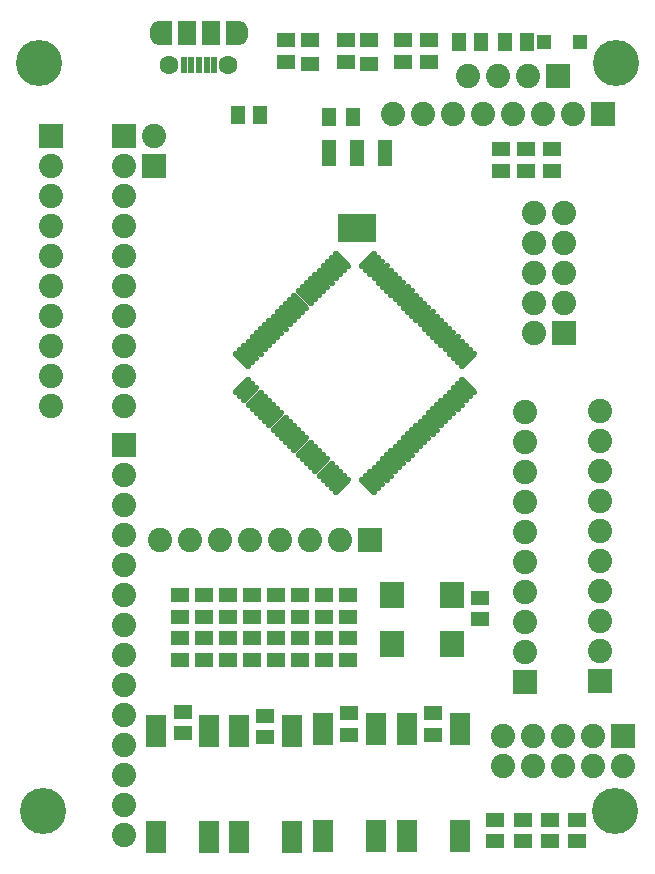
<source format=gts>
G04*
G04 #@! TF.GenerationSoftware,Altium Limited,Altium Designer,20.1.10 (176)*
G04*
G04 Layer_Color=8388736*
%FSLAX24Y24*%
%MOIN*%
G70*
G04*
G04 #@! TF.SameCoordinates,9D01BC41-1964-44B2-BAAF-85125F902256*
G04*
G04*
G04 #@! TF.FilePolarity,Negative*
G04*
G01*
G75*
%ADD32R,0.0592X0.0474*%
%ADD33R,0.0197X0.0571*%
%ADD34R,0.0630X0.0787*%
%ADD35R,0.0474X0.0592*%
%ADD36R,0.0493X0.0631*%
%ADD37R,0.0474X0.0474*%
%ADD38R,0.0631X0.0493*%
%ADD39R,0.0480X0.0880*%
%ADD40R,0.1280X0.0980*%
%ADD41R,0.0671X0.1064*%
G04:AMPARAMS|DCode=42|XSize=19.8mil|YSize=78.9mil|CornerRadius=0mil|HoleSize=0mil|Usage=FLASHONLY|Rotation=315.000|XOffset=0mil|YOffset=0mil|HoleType=Round|Shape=Round|*
%AMOVALD42*
21,1,0.0591,0.0198,0.0000,0.0000,45.0*
1,1,0.0198,-0.0209,-0.0209*
1,1,0.0198,0.0209,0.0209*
%
%ADD42OVALD42*%

G04:AMPARAMS|DCode=43|XSize=19.8mil|YSize=78.9mil|CornerRadius=0mil|HoleSize=0mil|Usage=FLASHONLY|Rotation=225.000|XOffset=0mil|YOffset=0mil|HoleType=Round|Shape=Round|*
%AMOVALD43*
21,1,0.0591,0.0198,0.0000,0.0000,315.0*
1,1,0.0198,-0.0209,0.0209*
1,1,0.0198,0.0209,-0.0209*
%
%ADD43OVALD43*%

%ADD44R,0.0789X0.0867*%
%ADD45C,0.0630*%
%ADD46O,0.0512X0.0787*%
%ADD47R,0.0808X0.0808*%
%ADD48C,0.0808*%
%ADD49R,0.0808X0.0808*%
%ADD50C,0.1537*%
G36*
X6008Y27146D02*
X5516D01*
Y27933D01*
X6008D01*
Y27146D01*
D01*
D02*
G37*
G36*
X8272D02*
X7780D01*
Y27933D01*
X8272D01*
Y27146D01*
D01*
D02*
G37*
D32*
X12554Y27309D02*
D03*
Y26509D02*
D03*
X10600Y27310D02*
D03*
Y26510D02*
D03*
D33*
X7406Y26476D02*
D03*
X7150D02*
D03*
X6894D02*
D03*
X6638D02*
D03*
X6382D02*
D03*
D34*
X7288Y27539D02*
D03*
X6500D02*
D03*
D35*
X11220Y24750D02*
D03*
X12020D02*
D03*
D36*
X8186Y24800D02*
D03*
X8914D02*
D03*
X16307Y27250D02*
D03*
X15578D02*
D03*
X17086Y27250D02*
D03*
X17814D02*
D03*
D37*
X18406D02*
D03*
X19587D02*
D03*
D38*
X19500Y1314D02*
D03*
Y586D02*
D03*
X18600Y1314D02*
D03*
Y586D02*
D03*
X17700Y1314D02*
D03*
Y586D02*
D03*
X16750Y1314D02*
D03*
Y586D02*
D03*
X17800Y23664D02*
D03*
Y22936D02*
D03*
X13702Y26571D02*
D03*
X18650Y22936D02*
D03*
Y23664D02*
D03*
X11050Y7357D02*
D03*
Y6629D02*
D03*
X10250Y7357D02*
D03*
Y6629D02*
D03*
X9450Y7357D02*
D03*
Y6629D02*
D03*
X8650Y7357D02*
D03*
Y6629D02*
D03*
X7850Y7357D02*
D03*
Y6629D02*
D03*
X7050Y7357D02*
D03*
Y6629D02*
D03*
X6250Y7357D02*
D03*
Y6629D02*
D03*
X11850Y7357D02*
D03*
Y6629D02*
D03*
X6250Y8079D02*
D03*
Y8807D02*
D03*
X7050Y8079D02*
D03*
Y8807D02*
D03*
X7850Y8079D02*
D03*
Y8807D02*
D03*
X11850Y8079D02*
D03*
Y8807D02*
D03*
X11050Y8079D02*
D03*
Y8807D02*
D03*
X10250Y8079D02*
D03*
Y8807D02*
D03*
X8650Y8079D02*
D03*
Y8807D02*
D03*
X9450Y8079D02*
D03*
Y8807D02*
D03*
X6350Y4914D02*
D03*
Y4186D02*
D03*
X9096Y4785D02*
D03*
Y4057D02*
D03*
X11900Y4864D02*
D03*
Y4136D02*
D03*
X14700Y4864D02*
D03*
Y4136D02*
D03*
X16250Y8714D02*
D03*
Y7986D02*
D03*
X14552Y26571D02*
D03*
Y27300D02*
D03*
X13702D02*
D03*
X11811Y26571D02*
D03*
X9804Y27300D02*
D03*
X11811D02*
D03*
X9804Y26571D02*
D03*
X16950Y23664D02*
D03*
Y22936D02*
D03*
D39*
X12150Y23550D02*
D03*
X11220Y23550D02*
D03*
X13080D02*
D03*
D40*
X12150Y21050D02*
D03*
D41*
X7236Y728D02*
D03*
X5464D02*
D03*
X7236Y4272D02*
D03*
X5464D02*
D03*
X9986Y728D02*
D03*
X8214D02*
D03*
X9986Y4272D02*
D03*
X8214D02*
D03*
X12786Y778D02*
D03*
X11014D02*
D03*
X12786Y4322D02*
D03*
X11014D02*
D03*
X15586Y778D02*
D03*
X13814D02*
D03*
X15586Y4322D02*
D03*
X13814D02*
D03*
D42*
X15872Y16631D02*
D03*
X15733Y16771D02*
D03*
X15594Y16910D02*
D03*
X15455Y17049D02*
D03*
X15315Y17188D02*
D03*
X15176Y17327D02*
D03*
X15037Y17467D02*
D03*
X14898Y17606D02*
D03*
X14759Y17745D02*
D03*
X14619Y17884D02*
D03*
X14480Y18023D02*
D03*
X14341Y18163D02*
D03*
X14202Y18302D02*
D03*
X14063Y18441D02*
D03*
X13923Y18580D02*
D03*
X13784Y18719D02*
D03*
X13645Y18859D02*
D03*
X13506Y18998D02*
D03*
X13367Y19137D02*
D03*
X13227Y19276D02*
D03*
X13088Y19415D02*
D03*
X12949Y19555D02*
D03*
X12810Y19694D02*
D03*
X12671Y19833D02*
D03*
X12531Y19972D02*
D03*
X8328Y15769D02*
D03*
X8467Y15629D02*
D03*
X8606Y15490D02*
D03*
X8745Y15351D02*
D03*
X8885Y15212D02*
D03*
X9024Y15073D02*
D03*
X9163Y14933D02*
D03*
X9302Y14794D02*
D03*
X9441Y14655D02*
D03*
X9581Y14516D02*
D03*
X9720Y14377D02*
D03*
X9859Y14237D02*
D03*
X9998Y14098D02*
D03*
X10137Y13959D02*
D03*
X10277Y13820D02*
D03*
X10416Y13681D02*
D03*
X10555Y13541D02*
D03*
X10694Y13402D02*
D03*
X10833Y13263D02*
D03*
X10973Y13124D02*
D03*
X11112Y12985D02*
D03*
X11251Y12845D02*
D03*
X11390Y12706D02*
D03*
X11529Y12567D02*
D03*
X11668Y12428D02*
D03*
D43*
Y19972D02*
D03*
X11529Y19833D02*
D03*
X11390Y19694D02*
D03*
X11251Y19555D02*
D03*
X11112Y19415D02*
D03*
X10973Y19276D02*
D03*
X10833Y19137D02*
D03*
X10694Y18998D02*
D03*
X10555Y18859D02*
D03*
X10416Y18719D02*
D03*
X10277Y18580D02*
D03*
X10137Y18441D02*
D03*
X9998Y18302D02*
D03*
X9859Y18163D02*
D03*
X9720Y18023D02*
D03*
X9581Y17884D02*
D03*
X9441Y17745D02*
D03*
X9302Y17606D02*
D03*
X9163Y17467D02*
D03*
X9024Y17327D02*
D03*
X8885Y17188D02*
D03*
X8745Y17049D02*
D03*
X8606Y16910D02*
D03*
X8467Y16771D02*
D03*
X8328Y16631D02*
D03*
X12531Y12428D02*
D03*
X12671Y12567D02*
D03*
X12810Y12706D02*
D03*
X12949Y12845D02*
D03*
X13088Y12985D02*
D03*
X13227Y13124D02*
D03*
X13367Y13263D02*
D03*
X13506Y13402D02*
D03*
X13645Y13541D02*
D03*
X13784Y13681D02*
D03*
X13923Y13820D02*
D03*
X14063Y13959D02*
D03*
X14202Y14098D02*
D03*
X14341Y14237D02*
D03*
X14480Y14377D02*
D03*
X14619Y14516D02*
D03*
X14759Y14655D02*
D03*
X14898Y14794D02*
D03*
X15037Y14933D02*
D03*
X15176Y15073D02*
D03*
X15315Y15212D02*
D03*
X15455Y15351D02*
D03*
X15594Y15490D02*
D03*
X15733Y15629D02*
D03*
X15872Y15769D02*
D03*
D44*
X15324Y8817D02*
D03*
Y7163D02*
D03*
X13326Y8817D02*
D03*
Y7163D02*
D03*
D45*
X7878Y26476D02*
D03*
X5910D02*
D03*
D46*
X8272Y27539D02*
D03*
X5516D02*
D03*
D47*
X5400Y23110D02*
D03*
X17750Y5900D02*
D03*
X20250Y5950D02*
D03*
X4400Y13800D02*
D03*
X19050Y17550D02*
D03*
X4400Y24100D02*
D03*
X1950D02*
D03*
D48*
X5400Y24110D02*
D03*
X17750Y12900D02*
D03*
Y11900D02*
D03*
Y9900D02*
D03*
Y8900D02*
D03*
Y7900D02*
D03*
Y6900D02*
D03*
Y10900D02*
D03*
Y13900D02*
D03*
Y14900D02*
D03*
X20250Y12950D02*
D03*
Y11950D02*
D03*
Y9950D02*
D03*
Y8950D02*
D03*
Y7950D02*
D03*
Y6950D02*
D03*
Y10950D02*
D03*
Y13950D02*
D03*
Y14950D02*
D03*
X4400Y800D02*
D03*
Y1800D02*
D03*
Y6800D02*
D03*
Y7800D02*
D03*
Y9800D02*
D03*
Y10800D02*
D03*
Y11800D02*
D03*
Y12800D02*
D03*
Y8800D02*
D03*
Y5800D02*
D03*
Y4800D02*
D03*
Y2800D02*
D03*
Y3800D02*
D03*
X18050Y21550D02*
D03*
X19050D02*
D03*
X18050Y20550D02*
D03*
X19050D02*
D03*
X19050Y19550D02*
D03*
X18050D02*
D03*
X19050Y18550D02*
D03*
X18050D02*
D03*
Y17550D02*
D03*
X4400Y15100D02*
D03*
Y16100D02*
D03*
Y19100D02*
D03*
Y23100D02*
D03*
Y22100D02*
D03*
Y21100D02*
D03*
Y20100D02*
D03*
Y18100D02*
D03*
Y17100D02*
D03*
X1950Y15100D02*
D03*
Y16100D02*
D03*
Y19100D02*
D03*
Y23100D02*
D03*
Y22100D02*
D03*
Y21100D02*
D03*
Y20100D02*
D03*
Y18100D02*
D03*
Y17100D02*
D03*
X15350Y24850D02*
D03*
X19350D02*
D03*
X18350D02*
D03*
X17350D02*
D03*
X16350D02*
D03*
X14350D02*
D03*
X13350D02*
D03*
X17850Y26100D02*
D03*
X16850D02*
D03*
X15850D02*
D03*
X21028Y3105D02*
D03*
X20028D02*
D03*
Y4105D02*
D03*
X19028Y3105D02*
D03*
Y4105D02*
D03*
X18028Y4105D02*
D03*
Y3105D02*
D03*
X17028Y4105D02*
D03*
Y3105D02*
D03*
X7600Y10650D02*
D03*
X5600D02*
D03*
X9600D02*
D03*
X11600D02*
D03*
X10600D02*
D03*
X6600D02*
D03*
X8600D02*
D03*
D49*
X20350Y24850D02*
D03*
X18850Y26100D02*
D03*
X21028Y4105D02*
D03*
X12600Y10650D02*
D03*
D50*
X1700Y1600D02*
D03*
X20750D02*
D03*
X20800Y26550D02*
D03*
X1550D02*
D03*
M02*

</source>
